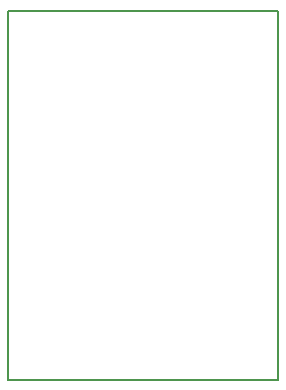
<source format=gm1>
G04 MADE WITH FRITZING*
G04 WWW.FRITZING.ORG*
G04 DOUBLE SIDED*
G04 HOLES PLATED*
G04 CONTOUR ON CENTER OF CONTOUR VECTOR*
%ASAXBY*%
%FSLAX23Y23*%
%MOIN*%
%OFA0B0*%
%SFA1.0B1.0*%
%ADD10R,0.907169X1.238290*%
%ADD11C,0.008000*%
%ADD10C,0.008*%
%LNCONTOUR*%
G90*
G70*
G54D10*
G54D11*
X4Y1234D02*
X903Y1234D01*
X903Y4D01*
X4Y4D01*
X4Y1234D01*
D02*
G04 End of contour*
M02*
</source>
